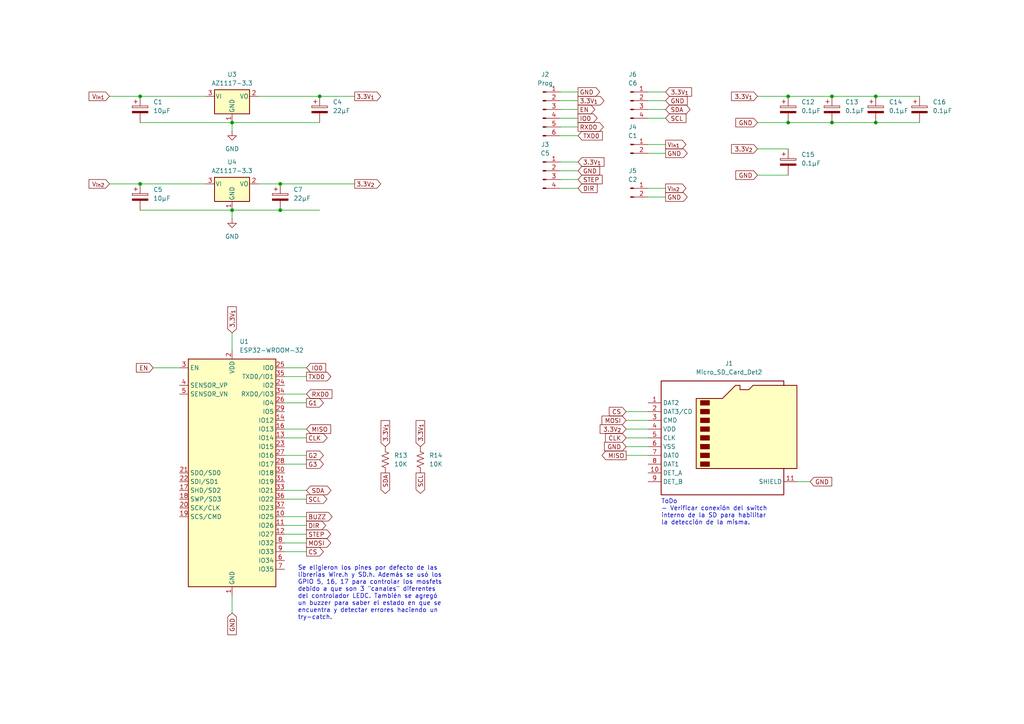
<source format=kicad_sch>
(kicad_sch (version 20250114) (generator "eeschema") (generator_version "9.0")
  (paper "A4")
  (lib_symbols
    (symbol "Connector:Conn_01x02_Pin" (pin_names (offset 1.016) (hide yes))
      (property "Reference" "J" (at 0 2.54 0))
      (property "Value" "Conn_01x02_Pin" (at 0 -5.08 0))
      (symbol "Conn_01x02_Pin_1_1"
        (rectangle (start 0.8636 0.127) (end 0 -0.127) (stroke (width 0.1524)) (fill (type outline)))
        (rectangle (start 0.8636 -2.413) (end 0 -2.667) (stroke (width 0.1524)) (fill (type outline)))
        (polyline (pts (xy 1.27 0) (xy 0.8636 0)) (stroke (width 0.1524)))
        (polyline (pts (xy 1.27 -2.54) (xy 0.8636 -2.54)) (stroke (width 0.1524)))
        (pin passive line (at 5.08 0 180) (length 3.81) (name "Pin_1") (number "1"))
        (pin passive line (at 5.08 -2.54 180) (length 3.81) (name "Pin_2") (number "2"))
      )
    )
    (symbol "Connector:Conn_01x04_Pin" (pin_names (offset 1.016) (hide yes))
      (property "Reference" "J" (at 0 5.08 0))
      (property "Value" "Conn_01x04_Pin" (at 0 -7.62 0))
      (symbol "Conn_01x04_Pin_1_1"
        (rectangle (start 0.8636 2.667) (end 0 2.413) (stroke (width 0.1524)) (fill (type outline)))
        (rectangle (start 0.8636 0.127) (end 0 -0.127) (stroke (width 0.1524)) (fill (type outline)))
        (rectangle (start 0.8636 -2.413) (end 0 -2.667) (stroke (width 0.1524)) (fill (type outline)))
        (rectangle (start 0.8636 -4.953) (end 0 -5.207) (stroke (width 0.1524)) (fill (type outline)))
        (polyline (pts (xy 1.27 2.54) (xy 0.8636 2.54)) (stroke (width 0.1524)))
        (polyline (pts (xy 1.27 0) (xy 0.8636 0)) (stroke (width 0.1524)))
        (polyline (pts (xy 1.27 -2.54) (xy 0.8636 -2.54)) (stroke (width 0.1524)))
        (polyline (pts (xy 1.27 -5.08) (xy 0.8636 -5.08)) (stroke (width 0.1524)))
        (pin passive line (at 5.08 2.54 180) (length 3.81) (name "Pin_1") (number "1"))
        (pin passive line (at 5.08 0 180) (length 3.81) (name "Pin_2") (number "2"))
        (pin passive line (at 5.08 -2.54 180) (length 3.81) (name "Pin_3") (number "3"))
        (pin passive line (at 5.08 -5.08 180) (length 3.81) (name "Pin_4") (number "4"))
      )
    )
    (symbol "Connector:Conn_01x06_Pin" (pin_names (offset 1.016) (hide yes))
      (property "Reference" "J" (at 0 7.62 0))
      (property "Value" "Conn_01x06_Pin" (at 0 -10.16 0))
      (symbol "Conn_01x06_Pin_1_1"
        (rectangle (start 0.8636 5.207) (end 0 4.953) (stroke (width 0.1524)) (fill (type outline)))
        (rectangle (start 0.8636 2.667) (end 0 2.413) (stroke (width 0.1524)) (fill (type outline)))
        (rectangle (start 0.8636 0.127) (end 0 -0.127) (stroke (width 0.1524)) (fill (type outline)))
        (rectangle (start 0.8636 -2.413) (end 0 -2.667) (stroke (width 0.1524)) (fill (type outline)))
        (rectangle (start 0.8636 -4.953) (end 0 -5.207) (stroke (width 0.1524)) (fill (type outline)))
        (rectangle (start 0.8636 -7.493) (end 0 -7.747) (stroke (width 0.1524)) (fill (type outline)))
        (polyline (pts (xy 1.27 5.08) (xy 0.8636 5.08)) (stroke (width 0.1524)))
        (polyline (pts (xy 1.27 2.54) (xy 0.8636 2.54)) (stroke (width 0.1524)))
        (polyline (pts (xy 1.27 0) (xy 0.8636 0)) (stroke (width 0.1524)))
        (polyline (pts (xy 1.27 -2.54) (xy 0.8636 -2.54)) (stroke (width 0.1524)))
        (polyline (pts (xy 1.27 -5.08) (xy 0.8636 -5.08)) (stroke (width 0.1524)))
        (polyline (pts (xy 1.27 -7.62) (xy 0.8636 -7.62)) (stroke (width 0.1524)))
        (pin passive line (at 5.08 5.08 180) (length 3.81) (name "Pin_1") (number "1"))
        (pin passive line (at 5.08 2.54 180) (length 3.81) (name "Pin_2") (number "2"))
        (pin passive line (at 5.08 0 180) (length 3.81) (name "Pin_3") (number "3"))
        (pin passive line (at 5.08 -2.54 180) (length 3.81) (name "Pin_4") (number "4"))
        (pin passive line (at 5.08 -5.08 180) (length 3.81) (name "Pin_5") (number "5"))
        (pin passive line (at 5.08 -7.62 180) (length 3.81) (name "Pin_6") (number "6"))
      )
    )
    (symbol "Connector:Micro_SD_Card_Det2"
      (property "Reference" "J" (at -16.51 17.78 0))
      (property "Value" "Micro_SD_Card_Det2" (at 16.51 17.78 0))
      (symbol "Micro_SD_Card_Det2_0_1"
        (polyline (pts (xy -8.89 -8.89) (xy -8.89 11.43) (xy -1.27 11.43) (xy 2.54 15.24) (xy 3.81 15.24) (xy 3.81 13.97) (xy 6.35 13.97) (xy 7.62 15.24) (xy 20.32 15.24) (xy 20.32 -8.89) (xy -8.89 -8.89)) (stroke (width 0.254)) (fill (type background)))
        (rectangle (start -7.62 10.795) (end -5.08 9.525) (stroke (width 0.254)) (fill (type outline)))
        (rectangle (start -7.62 8.255) (end -5.08 6.985) (stroke (width 0.254)) (fill (type outline)))
        (rectangle (start -7.62 5.715) (end -5.08 4.445) (stroke (width 0.254)) (fill (type outline)))
        (rectangle (start -7.62 3.175) (end -5.08 1.905) (stroke (width 0.254)) (fill (type outline)))
        (rectangle (start -7.62 0.635) (end -5.08 -0.635) (stroke (width 0.254)) (fill (type outline)))
        (rectangle (start -7.62 -1.905) (end -5.08 -3.175) (stroke (width 0.254)) (fill (type outline)))
        (rectangle (start -7.62 -4.445) (end -5.08 -5.715) (stroke (width 0.254)) (fill (type outline)))
        (rectangle (start -7.62 -6.985) (end -5.08 -8.255) (stroke (width 0.254)) (fill (type outline)))
        (polyline (pts (xy 16.51 15.24) (xy 16.51 16.51) (xy -19.05 16.51) (xy -19.05 -16.51) (xy 16.51 -16.51) (xy 16.51 -8.89)) (stroke (width 0.254)))
      )
      (symbol "Micro_SD_Card_Det2_1_1"
        (pin bidirectional line (at -22.86 10.16 0) (length 3.81) (name "DAT2") (number "1"))
        (pin bidirectional line (at -22.86 7.62 0) (length 3.81) (name "DAT3/CD") (number "2"))
        (pin input line (at -22.86 5.08 0) (length 3.81) (name "CMD") (number "3"))
        (pin power_in line (at -22.86 2.54 0) (length 3.81) (name "VDD") (number "4"))
        (pin input line (at -22.86 0 0) (length 3.81) (name "CLK") (number "5"))
        (pin power_in line (at -22.86 -2.54 0) (length 3.81) (name "VSS") (number "6"))
        (pin bidirectional line (at -22.86 -5.08 0) (length 3.81) (name "DAT0") (number "7"))
        (pin bidirectional line (at -22.86 -7.62 0) (length 3.81) (name "DAT1") (number "8"))
        (pin passive line (at -22.86 -10.16 0) (length 3.81) (name "DET_A") (number "10"))
        (pin passive line (at -22.86 -12.7 0) (length 3.81) (name "DET_B") (number "9"))
        (pin passive line (at 20.32 -12.7 180) (length 3.81) (name "SHIELD") (number "11"))
      )
    )
    (symbol "Device:C_Polarized" (pin_numbers (hide yes)) (pin_names (offset 0.254))
      (property "Reference" "C" (at 0.635 2.54 0))
      (property "Value" "C_Polarized" (at 0.635 -2.54 0))
      (symbol "C_Polarized_0_1"
        (rectangle (start -2.286 0.508) (end 2.286 1.016))
        (polyline (pts (xy -1.778 2.286) (xy -0.762 2.286)))
        (polyline (pts (xy -1.27 2.794) (xy -1.27 1.778)))
        (rectangle (start 2.286 -0.508) (end -2.286 -1.016) (fill (type outline)))
      )
      (symbol "C_Polarized_1_1"
        (pin passive line (at 0 3.81 270) (length 2.794) (name "~") (number "1"))
        (pin passive line (at 0 -3.81 90) (length 2.794) (name "~") (number "2"))
      )
    )
    (symbol "Device:R_US" (pin_numbers (hide yes)) (pin_names (offset 0))
      (property "Reference" "R" (at 2.54 0 90))
      (property "Value" "R_US" (at -2.54 0 90))
      (symbol "R_US_0_1"
        (polyline (pts (xy 0 2.286) (xy 0 2.54)))
        (polyline (pts (xy 0 2.286) (xy 1.016 1.905) (xy 0 1.524) (xy -1.016 1.143) (xy 0 0.762)))
        (polyline (pts (xy 0 0.762) (xy 1.016 0.381) (xy 0 0) (xy -1.016 -0.381) (xy 0 -0.762)))
        (polyline (pts (xy 0 -0.762) (xy 1.016 -1.143) (xy 0 -1.524) (xy -1.016 -1.905) (xy 0 -2.286)))
        (polyline (pts (xy 0 -2.286) (xy 0 -2.54)))
      )
      (symbol "R_US_1_1"
        (pin passive line (at 0 3.81 270) (length 1.27) (name "~") (number "1"))
        (pin passive line (at 0 -3.81 90) (length 1.27) (name "~") (number "2"))
      )
    )
    (symbol "RF_Module:ESP32-WROOM-32"
      (property "Reference" "U" (at -12.7 34.29 0))
      (property "Value" "ESP32-WROOM-32" (at 1.27 34.29 0))
      (symbol "ESP32-WROOM-32_0_1"
        (rectangle (start -12.7 33.02) (end 12.7 -33.02) (stroke (width 0.254)) (fill (type background)))
      )
      (symbol "ESP32-WROOM-32_1_1"
        (pin input line (at -15.24 30.48 0) (length 2.54) (name "EN") (number "3"))
        (pin input line (at -15.24 25.4 0) (length 2.54) (name "SENSOR_VP") (number "4"))
        (pin input line (at -15.24 22.86 0) (length 2.54) (name "SENSOR_VN") (number "5"))
        (pin bidirectional line (at -15.24 0 0) (length 2.54) (name "SDO/SD0") (number "21"))
        (pin bidirectional line (at -15.24 -2.54 0) (length 2.54) (name "SDI/SD1") (number "22"))
        (pin bidirectional line (at -15.24 -5.08 0) (length 2.54) (name "SHD/SD2") (number "17"))
        (pin bidirectional line (at -15.24 -7.62 0) (length 2.54) (name "SWP/SD3") (number "18"))
        (pin bidirectional line (at -15.24 -10.16 0) (length 2.54) (name "SCK/CLK") (number "20"))
        (pin bidirectional line (at -15.24 -12.7 0) (length 2.54) (name "SCS/CMD") (number "19"))
        (pin no_connect line (at -12.7 -27.94 0) (length 2.54) (hide yes) (name "NC") (number "32"))
        (pin power_in line (at 0 35.56 270) (length 2.54) (name "VDD") (number "2"))
        (pin power_in line (at 0 -35.56 90) (length 2.54) (name "GND") (number "1"))
        (pin passive line (at 0 -35.56 90) (length 2.54) (hide yes) (name "GND") (number "15"))
        (pin passive line (at 0 -35.56 90) (length 2.54) (hide yes) (name "GND") (number "38"))
        (pin passive line (at 0 -35.56 90) (length 2.54) (hide yes) (name "GND") (number "39"))
        (pin bidirectional line (at 15.24 30.48 180) (length 2.54) (name "IO0") (number "25"))
        (pin bidirectional line (at 15.24 27.94 180) (length 2.54) (name "TXD0/IO1") (number "35"))
        (pin bidirectional line (at 15.24 25.4 180) (length 2.54) (name "IO2") (number "24"))
        (pin bidirectional line (at 15.24 22.86 180) (length 2.54) (name "RXD0/IO3") (number "34"))
        (pin bidirectional line (at 15.24 20.32 180) (length 2.54) (name "IO4") (number "26"))
        (pin bidirectional line (at 15.24 17.78 180) (length 2.54) (name "IO5") (number "29"))
        (pin bidirectional line (at 15.24 15.24 180) (length 2.54) (name "IO12") (number "14"))
        (pin bidirectional line (at 15.24 12.7 180) (length 2.54) (name "IO13") (number "16"))
        (pin bidirectional line (at 15.24 10.16 180) (length 2.54) (name "IO14") (number "13"))
        (pin bidirectional line (at 15.24 7.62 180) (length 2.54) (name "IO15") (number "23"))
        (pin bidirectional line (at 15.24 5.08 180) (length 2.54) (name "IO16") (number "27"))
        (pin bidirectional line (at 15.24 2.54 180) (length 2.54) (name "IO17") (number "28"))
        (pin bidirectional line (at 15.24 0 180) (length 2.54) (name "IO18") (number "30"))
        (pin bidirectional line (at 15.24 -2.54 180) (length 2.54) (name "IO19") (number "31"))
        (pin bidirectional line (at 15.24 -5.08 180) (length 2.54) (name "IO21") (number "33"))
        (pin bidirectional line (at 15.24 -7.62 180) (length 2.54) (name "IO22") (number "36"))
        (pin bidirectional line (at 15.24 -10.16 180) (length 2.54) (name "IO23") (number "37"))
        (pin bidirectional line (at 15.24 -12.7 180) (length 2.54) (name "IO25") (number "10"))
        (pin bidirectional line (at 15.24 -15.24 180) (length 2.54) (name "IO26") (number "11"))
        (pin bidirectional line (at 15.24 -17.78 180) (length 2.54) (name "IO27") (number "12"))
        (pin bidirectional line (at 15.24 -20.32 180) (length 2.54) (name "IO32") (number "8"))
        (pin bidirectional line (at 15.24 -22.86 180) (length 2.54) (name "IO33") (number "9"))
        (pin input line (at 15.24 -25.4 180) (length 2.54) (name "IO34") (number "6"))
        (pin input line (at 15.24 -27.94 180) (length 2.54) (name "IO35") (number "7"))
      )
    )
    (symbol "Regulator_Linear:AZ1117-3.3" (pin_names (offset 0.254))
      (property "Reference" "U" (at -3.81 3.175 0))
      (property "Value" "AZ1117-3.3" (at 0 3.175 0))
      (symbol "AZ1117-3.3_0_1"
        (rectangle (start -5.08 1.905) (end 5.08 -5.08) (stroke (width 0.254)) (fill (type background)))
      )
      (symbol "AZ1117-3.3_1_1"
        (pin power_in line (at -7.62 0 0) (length 2.54) (name "VI") (number "3"))
        (pin power_in line (at 0 -7.62 90) (length 2.54) (name "GND") (number "1"))
        (pin power_out line (at 7.62 0 180) (length 2.54) (name "VO") (number "2"))
      )
    )
    (symbol "power:GND" (power) (pin_numbers (hide yes)) (pin_names (offset 0) (hide yes))
      (property "Value" "GND" (at 0 -3.81 0))
      (symbol "GND_0_1"
        (polyline (pts (xy 0 0) (xy 0 -1.27) (xy 1.27 -1.27) (xy 0 -2.54) (xy -1.27 -1.27) (xy 0 -1.27)))
      )
      (symbol "GND_1_1"
        (pin power_in line (at 0 0 270) (length 0) (name "~") (number "1"))
      )
    )
  )
  (text "Se eligieron los pines por defecto de las\nlibrerias Wire.h y SD.h. Además se usó los\nGPIO 5, 16, 17 para controlar los mosfets\ndebido a que son 3 \"canales\" diferentes\ndel controlador LEDC. También se agregó\nun buzzer para saber el estado en que se\nencuentra y detectar errores haciendo un\ntry-catch." (exclude_from_sim yes) (at 86.36 164.084 0) (effects (font (size 1.27 1.27)) (justify left top)))
  (text "ToDo\n- Verificar conexión del switch\ninterno de la SD para habilitar\nla detección de la misma." (at 191.77 144.78 0) (effects (font (size 1.27 1.27)) (justify left top)))
  (junction (at 241.3 35.56))
  (junction (at 81.28 53.34))
  (junction (at 67.31 35.56))
  (junction (at 254 27.94))
  (junction (at 228.6 35.56))
  (junction (at 254 35.56))
  (junction (at 241.3 27.94))
  (junction (at 40.64 27.94))
  (junction (at 81.28 60.96))
  (junction (at 92.71 27.94))
  (junction (at 40.64 53.34))
  (junction (at 67.31 60.96))
  (junction (at 228.6 27.94))
  (wire (pts (xy 254 35.56) (xy 266.7 35.56)))
  (wire (pts (xy 82.55 142.24) (xy 88.9 142.24)))
  (wire (pts (xy 187.96 44.45) (xy 193.04 44.45)))
  (wire (pts (xy 181.61 119.38) (xy 187.96 119.38)))
  (wire (pts (xy 82.55 116.84) (xy 88.9 116.84)))
  (wire (pts (xy 67.31 35.56) (xy 92.71 35.56)))
  (wire (pts (xy 181.61 127) (xy 187.96 127)))
  (wire (pts (xy 82.55 109.22) (xy 88.9 109.22)))
  (wire (pts (xy 254 27.94) (xy 266.7 27.94)))
  (wire (pts (xy 82.55 114.3) (xy 88.9 114.3)))
  (wire (pts (xy 81.28 53.34) (xy 102.87 53.34)))
  (wire (pts (xy 82.55 106.68) (xy 88.9 106.68)))
  (wire (pts (xy 31.75 53.34) (xy 40.64 53.34)))
  (wire (pts (xy 67.31 35.56) (xy 67.31 38.1)))
  (wire (pts (xy 162.56 26.67) (xy 167.64 26.67)))
  (wire (pts (xy 162.56 49.53) (xy 167.64 49.53)))
  (wire (pts (xy 162.56 34.29) (xy 167.64 34.29)))
  (wire (pts (xy 228.6 27.94) (xy 241.3 27.94)))
  (wire (pts (xy 187.96 57.15) (xy 193.04 57.15)))
  (wire (pts (xy 67.31 60.96) (xy 67.31 63.5)))
  (wire (pts (xy 82.55 132.08) (xy 88.9 132.08)))
  (wire (pts (xy 82.55 149.86) (xy 88.9 149.86)))
  (wire (pts (xy 231.14 139.7) (xy 234.95 139.7)))
  (wire (pts (xy 44.45 106.68) (xy 52.07 106.68)))
  (wire (pts (xy 219.71 50.8) (xy 228.6 50.8)))
  (wire (pts (xy 219.71 35.56) (xy 228.6 35.56)))
  (wire (pts (xy 40.64 53.34) (xy 59.69 53.34)))
  (wire (pts (xy 162.56 31.75) (xy 167.64 31.75)))
  (wire (pts (xy 187.96 29.21) (xy 193.04 29.21)))
  (wire (pts (xy 181.61 129.54) (xy 187.96 129.54)))
  (wire (pts (xy 162.56 46.99) (xy 167.64 46.99)))
  (wire (pts (xy 40.64 27.94) (xy 59.69 27.94)))
  (wire (pts (xy 67.31 60.96) (xy 81.28 60.96)))
  (wire (pts (xy 241.3 35.56) (xy 254 35.56)))
  (wire (pts (xy 82.55 160.02) (xy 88.9 160.02)))
  (wire (pts (xy 162.56 36.83) (xy 167.64 36.83)))
  (wire (pts (xy 82.55 134.62) (xy 88.9 134.62)))
  (wire (pts (xy 74.93 53.34) (xy 81.28 53.34)))
  (wire (pts (xy 67.31 96.52) (xy 67.31 101.6)))
  (wire (pts (xy 187.96 41.91) (xy 193.04 41.91)))
  (wire (pts (xy 187.96 54.61) (xy 193.04 54.61)))
  (wire (pts (xy 219.71 43.18) (xy 228.6 43.18)))
  (wire (pts (xy 162.56 54.61) (xy 167.64 54.61)))
  (wire (pts (xy 81.28 60.96) (xy 92.71 60.96)))
  (wire (pts (xy 82.55 154.94) (xy 88.9 154.94)))
  (wire (pts (xy 82.55 124.46) (xy 88.9 124.46)))
  (wire (pts (xy 228.6 35.56) (xy 241.3 35.56)))
  (wire (pts (xy 162.56 39.37) (xy 167.64 39.37)))
  (wire (pts (xy 40.64 60.96) (xy 67.31 60.96)))
  (wire (pts (xy 219.71 27.94) (xy 228.6 27.94)))
  (wire (pts (xy 82.55 127) (xy 88.9 127)))
  (wire (pts (xy 31.75 27.94) (xy 40.64 27.94)))
  (wire (pts (xy 82.55 157.48) (xy 88.9 157.48)))
  (wire (pts (xy 92.71 27.94) (xy 102.87 27.94)))
  (wire (pts (xy 40.64 35.56) (xy 67.31 35.56)))
  (wire (pts (xy 162.56 52.07) (xy 167.64 52.07)))
  (wire (pts (xy 187.96 31.75) (xy 193.04 31.75)))
  (wire (pts (xy 241.3 27.94) (xy 254 27.94)))
  (wire (pts (xy 187.96 34.29) (xy 193.04 34.29)))
  (wire (pts (xy 187.96 26.67) (xy 193.04 26.67)))
  (wire (pts (xy 82.55 144.78) (xy 88.9 144.78)))
  (wire (pts (xy 181.61 121.92) (xy 187.96 121.92)))
  (wire (pts (xy 67.31 172.72) (xy 67.31 177.8)))
  (wire (pts (xy 82.55 152.4) (xy 88.9 152.4)))
  (wire (pts (xy 74.93 27.94) (xy 92.71 27.94)))
  (wire (pts (xy 181.61 132.08) (xy 187.96 132.08)))
  (wire (pts (xy 181.61 124.46) (xy 187.96 124.46)))
  (wire (pts (xy 162.56 29.21) (xy 167.64 29.21)))
  (global_label "3.3V_{1}" (shape output) (at 167.64 29.21 0) (property "Intersheetrefs" "${INTERSHEET_REFS}" (effects (hide yes))))
  (global_label "GND" (shape input) (at 181.61 129.54 180) (property "Intersheetrefs" "${INTERSHEET_REFS}" (effects (hide yes))))
  (global_label "TXD0" (shape output) (at 88.9 109.22 0) (property "Intersheetrefs" "${INTERSHEET_REFS}" (effects (hide yes))))
  (global_label "MISO" (shape output) (at 181.61 132.08 180) (property "Intersheetrefs" "${INTERSHEET_REFS}" (effects (hide yes))))
  (global_label "V_{in2}" (shape input) (at 31.75 53.34 180) (property "Intersheetrefs" "${INTERSHEET_REFS}" (effects (hide yes))))
  (global_label "V_{in1}" (shape input) (at 31.75 27.94 180) (property "Intersheetrefs" "${INTERSHEET_REFS}" (effects (hide yes))))
  (global_label "CS" (shape input) (at 181.61 119.38 180) (property "Intersheetrefs" "${INTERSHEET_REFS}" (effects (hide yes))))
  (global_label "CLK" (shape input) (at 181.61 127 180) (property "Intersheetrefs" "${INTERSHEET_REFS}" (effects (hide yes))))
  (global_label "DIR" (shape output) (at 88.9 152.4 0) (property "Intersheetrefs" "${INTERSHEET_REFS}" (effects (hide yes))))
  (global_label "MOSI" (shape input) (at 181.61 121.92 180) (property "Intersheetrefs" "${INTERSHEET_REFS}" (effects (hide yes))))
  (global_label "3.3V_{1}" (shape input) (at 121.92 129.54 90) (property "Intersheetrefs" "${INTERSHEET_REFS}" (effects (hide yes))))
  (global_label "G2" (shape output) (at 88.9 132.08 0) (property "Intersheetrefs" "${INTERSHEET_REFS}" (effects (hide yes))))
  (global_label "3.3V_{2}" (shape output) (at 102.87 53.34 0) (property "Intersheetrefs" "${INTERSHEET_REFS}" (effects (hide yes))))
  (global_label "3.3V_{2}" (shape input) (at 219.71 43.18 180) (property "Intersheetrefs" "${INTERSHEET_REFS}" (effects (hide yes))))
  (global_label "STEP" (shape input) (at 167.64 52.07 0) (property "Intersheetrefs" "${INTERSHEET_REFS}" (effects (hide yes))))
  (global_label "RXD0" (shape output) (at 167.64 36.83 0) (property "Intersheetrefs" "${INTERSHEET_REFS}" (effects (hide yes))))
  (global_label "3.3V_{1}" (shape input) (at 219.71 27.94 180) (property "Intersheetrefs" "${INTERSHEET_REFS}" (effects (hide yes))))
  (global_label "IO0" (shape input) (at 88.9 106.68 0) (property "Intersheetrefs" "${INTERSHEET_REFS}" (effects (hide yes))))
  (global_label "3.3V_{1}" (shape output) (at 102.87 27.94 0) (property "Intersheetrefs" "${INTERSHEET_REFS}" (effects (hide yes))))
  (global_label "RXD0" (shape input) (at 88.9 114.3 0) (property "Intersheetrefs" "${INTERSHEET_REFS}" (effects (hide yes))))
  (global_label "GND" (shape input) (at 167.64 49.53 0) (property "Intersheetrefs" "${INTERSHEET_REFS}" (effects (hide yes))))
  (global_label "V_{in2}" (shape output) (at 193.04 54.61 0) (property "Intersheetrefs" "${INTERSHEET_REFS}" (effects (hide yes))))
  (global_label "IO0" (shape output) (at 167.64 34.29 0) (property "Intersheetrefs" "${INTERSHEET_REFS}" (effects (hide yes))))
  (global_label "3.3V_{2}" (shape input) (at 181.61 124.46 180) (property "Intersheetrefs" "${INTERSHEET_REFS}" (effects (hide yes))))
  (global_label "GND" (shape input) (at 193.04 29.21 0) (property "Intersheetrefs" "${INTERSHEET_REFS}" (effects (hide yes))))
  (global_label "MISO" (shape input) (at 88.9 124.46 0) (property "Intersheetrefs" "${INTERSHEET_REFS}" (effects (hide yes))))
  (global_label "3.3V_{1}" (shape input) (at 111.76 129.54 90) (property "Intersheetrefs" "${INTERSHEET_REFS}" (effects (hide yes))))
  (global_label "G3" (shape output) (at 88.9 134.62 0) (property "Intersheetrefs" "${INTERSHEET_REFS}" (effects (hide yes))))
  (global_label "DIR" (shape input) (at 167.64 54.61 0) (property "Intersheetrefs" "${INTERSHEET_REFS}" (effects (hide yes))))
  (global_label "SDA" (shape bidirectional) (at 193.04 31.75 0) (property "Intersheetrefs" "${INTERSHEET_REFS}" (effects (hide yes))))
  (global_label "3.3V_{1}" (shape input) (at 167.64 46.99 0) (property "Intersheetrefs" "${INTERSHEET_REFS}" (effects (hide yes))))
  (global_label "GND" (shape input) (at 67.31 177.8 270) (property "Intersheetrefs" "${INTERSHEET_REFS}" (effects (hide yes))))
  (global_label "TXD0" (shape input) (at 167.64 39.37 0) (property "Intersheetrefs" "${INTERSHEET_REFS}" (effects (hide yes))))
  (global_label "EN" (shape input) (at 44.45 106.68 180) (property "Intersheetrefs" "${INTERSHEET_REFS}" (effects (hide yes))))
  (global_label "GND" (shape input) (at 219.71 50.8 180) (property "Intersheetrefs" "${INTERSHEET_REFS}" (effects (hide yes))))
  (global_label "G1" (shape output) (at 88.9 116.84 0) (property "Intersheetrefs" "${INTERSHEET_REFS}" (effects (hide yes))))
  (global_label "SDA" (shape output) (at 111.76 137.16 270) (property "Intersheetrefs" "${INTERSHEET_REFS}" (effects (hide yes))))
  (global_label "CLK" (shape output) (at 88.9 127 0) (property "Intersheetrefs" "${INTERSHEET_REFS}" (effects (hide yes))))
  (global_label "MOSI" (shape output) (at 88.9 157.48 0) (property "Intersheetrefs" "${INTERSHEET_REFS}" (effects (hide yes))))
  (global_label "CS" (shape output) (at 88.9 160.02 0) (property "Intersheetrefs" "${INTERSHEET_REFS}" (effects (hide yes))))
  (global_label "STEP" (shape output) (at 88.9 154.94 0) (property "Intersheetrefs" "${INTERSHEET_REFS}" (effects (hide yes))))
  (global_label "SCL" (shape input) (at 193.04 34.29 0) (property "Intersheetrefs" "${INTERSHEET_REFS}" (effects (hide yes))))
  (global_label "GND" (shape input) (at 234.95 139.7 0) (property "Intersheetrefs" "${INTERSHEET_REFS}" (effects (hide yes))))
  (global_label "SCL" (shape output) (at 88.9 144.78 0) (property "Intersheetrefs" "${INTERSHEET_REFS}" (effects (hide yes))))
  (global_label "GND" (shape output) (at 167.64 26.67 0) (property "Intersheetrefs" "${INTERSHEET_REFS}" (effects (hide yes))))
  (global_label "GND" (shape input) (at 219.71 35.56 180) (property "Intersheetrefs" "${INTERSHEET_REFS}" (effects (hide yes))))
  (global_label "SCL" (shape output) (at 121.92 137.16 270) (property "Intersheetrefs" "${INTERSHEET_REFS}" (effects (hide yes))))
  (global_label "3.3V_{1}" (shape input) (at 67.31 96.52 90) (property "Intersheetrefs" "${INTERSHEET_REFS}" (effects (hide yes))))
  (global_label "GND" (shape output) (at 193.04 44.45 0) (property "Intersheetrefs" "${INTERSHEET_REFS}" (effects (hide yes))))
  (global_label "V_{in1}" (shape output) (at 193.04 41.91 0) (property "Intersheetrefs" "${INTERSHEET_REFS}" (effects (hide yes))))
  (global_label "EN" (shape output) (at 167.64 31.75 0) (property "Intersheetrefs" "${INTERSHEET_REFS}" (effects (hide yes))))
  (global_label "SDA" (shape bidirectional) (at 88.9 142.24 0) (property "Intersheetrefs" "${INTERSHEET_REFS}" (effects (hide yes))))
  (global_label "3.3V_{1}" (shape input) (at 193.04 26.67 0) (property "Intersheetrefs" "${INTERSHEET_REFS}" (effects (hide yes))))
  (global_label "GND" (shape output) (at 193.04 57.15 0) (property "Intersheetrefs" "${INTERSHEET_REFS}" (effects (hide yes))))
  (global_label "BUZZ" (shape output) (at 88.9 149.86 0) (property "Intersheetrefs" "${INTERSHEET_REFS}" (effects (hide yes))))
  (symbol (lib_id "Connector:Conn_01x04_Pin") (at 182.88 29.21 0) (unit 1)
    (property "Reference" "J6" (at 183.515 21.59 0))
    (property "Value" "C6" (at 183.515 24.13 0))
    (property "Footprint" "Connector_PinSocket_1.27mm:PinSocket_1x04_P1.27mm_Vertical" (effects (hide yes)))
    (property "Description" "Generic connector, single row, 01x04, script generated" (effects (hide yes)))
  )
  (symbol (lib_id "Connector:Conn_01x06_Pin") (at 157.48 31.75 0) (unit 1)
    (property "Reference" "J2" (at 158.115 21.59 0))
    (property "Value" "Prog" (at 158.115 24.13 0))
    (property "Footprint" "Connector_PinSocket_2.54mm:PinSocket_1x06_P2.54mm_Horizontal" (effects (hide yes)))
    (property "Description" "Generic connector, single row, 01x06, script generated" (effects (hide yes)))
  )
  (symbol (lib_id "Connector:Conn_01x02_Pin") (at 182.88 41.91 0) (unit 1)
    (property "Reference" "J4" (at 183.515 36.83 0))
    (property "Value" "C1" (at 183.515 39.37 0))
    (property "Footprint" "Connector_PinSocket_1.27mm:PinSocket_1x02_P1.27mm_Vertical" (effects (hide yes)))
    (property "Description" "Generic connector, single row, 01x02, script generated" (effects (hide yes)))
  )
  (symbol (lib_id "Device:R_US") (at 121.92 133.35 180) (unit 1)
    (property "Reference" "R14" (at 124.46 132.0799 0) (effects (justify right)))
    (property "Value" "10K" (at 124.46 134.6199 0) (effects (justify right)))
    (property "Footprint" "Resistor_SMD:R_0805_2012Metric_Pad1.20x1.40mm_HandSolder" (effects (hide yes)))
    (property "Description" "Resistor, US symbol" (effects (hide yes)))
  )
  (symbol (lib_id "Device:C_Polarized") (at 241.3 31.75 0) (unit 1)
    (property "Reference" "C13" (at 245.11 29.5909 0) (effects (justify left)))
    (property "Value" "0.1μF" (at 245.11 32.1309 0) (effects (justify left)))
    (property "Footprint" "Capacitor_SMD:C_0805_2012Metric_Pad1.18x1.45mm_HandSolder" (effects (hide yes)))
    (property "Description" "Polarized capacitor" (effects (hide yes)))
  )
  (symbol (lib_id "Device:C_Polarized") (at 81.28 57.15 0) (unit 1)
    (property "Reference" "C7" (at 85.09 54.9909 0) (effects (justify left)))
    (property "Value" "22μF" (at 85.09 57.5309 0) (effects (justify left)))
    (property "Footprint" "Capacitor_SMD:C_0805_2012Metric_Pad1.18x1.45mm_HandSolder" (effects (hide yes)))
    (property "Description" "Polarized capacitor" (effects (hide yes)))
  )
  (symbol (lib_id "Device:C_Polarized") (at 40.64 31.75 0) (unit 1)
    (property "Reference" "C1" (at 44.45 29.5909 0) (effects (justify left)))
    (property "Value" "10μF" (at 44.45 32.1309 0) (effects (justify left)))
    (property "Footprint" "Capacitor_SMD:C_0805_2012Metric_Pad1.18x1.45mm_HandSolder" (effects (hide yes)))
    (property "Description" "Polarized capacitor" (effects (hide yes)))
  )
  (symbol (lib_id "Connector:Conn_01x02_Pin") (at 182.88 54.61 0) (unit 1)
    (property "Reference" "J5" (at 183.515 49.53 0))
    (property "Value" "C2" (at 183.515 52.07 0))
    (property "Footprint" "Connector_PinSocket_1.27mm:PinSocket_1x02_P1.27mm_Vertical" (effects (hide yes)))
    (property "Description" "Generic connector, single row, 01x02, script generated" (effects (hide yes)))
  )
  (symbol (lib_id "Device:C_Polarized") (at 228.6 46.99 0) (unit 1)
    (property "Reference" "C15" (at 232.41 44.8309 0) (effects (justify left)))
    (property "Value" "0.1μF" (at 232.41 47.3709 0) (effects (justify left)))
    (property "Footprint" "Capacitor_SMD:C_0805_2012Metric_Pad1.18x1.45mm_HandSolder" (effects (hide yes)))
    (property "Description" "Polarized capacitor" (effects (hide yes)))
  )
  (symbol (lib_id "Device:C_Polarized") (at 92.71 31.75 0) (unit 1)
    (property "Reference" "C4" (at 96.52 29.5909 0) (effects (justify left)))
    (property "Value" "22μF" (at 96.52 32.1309 0) (effects (justify left)))
    (property "Footprint" "Capacitor_SMD:C_0805_2012Metric_Pad1.18x1.45mm_HandSolder" (effects (hide yes)))
    (property "Description" "Polarized capacitor" (effects (hide yes)))
  )
  (symbol (lib_id "Connector:Micro_SD_Card_Det2") (at 210.82 127 0) (unit 1)
    (property "Reference" "J1" (at 211.455 105.41 0))
    (property "Value" "Micro_SD_Card_Det2" (at 211.455 107.95 0))
    (property "Footprint" "Connector_Card:microSD_HC_Hirose_DM3AT-SF-PEJM5" (effects (hide yes)))
    (property "Datasheet" "https://www.hirose.com/en/product/document?clcode=&productname=&series=DM3&documenttype=Catalog&lang=en&documentid=D49662_en" (effects (hide yes)))
    (property "Description" "Micro SD Card Socket with two card detection pins" (effects (hide yes)))
  )
  (symbol (lib_id "Connector:Conn_01x04_Pin") (at 157.48 49.53 0) (unit 1)
    (property "Reference" "J3" (at 158.115 41.91 0))
    (property "Value" "C5" (at 158.115 44.45 0))
    (property "Footprint" "Connector_PinSocket_1.27mm:PinSocket_1x04_P1.27mm_Vertical" (effects (hide yes)))
    (property "Description" "Generic connector, single row, 01x04, script generated" (effects (hide yes)))
  )
  (symbol (lib_id "Regulator_Linear:AZ1117-3.3") (at 67.31 53.34 0) (unit 1)
    (property "Reference" "U4" (at 67.31 46.99 0))
    (property "Value" "AZ1117-3.3" (at 67.31 49.53 0))
    (property "Footprint" "Package_TO_SOT_SMD:SOT-89-3_Handsoldering" (effects (hide yes)))
    (property "Datasheet" "https://www.diodes.com/assets/Datasheets/AZ1117.pdf" (effects (hide yes)))
    (property "Description" "1A 20V Fixed LDO Linear Regulator, 3.3V, SOT-89/SOT-223/TO-220/TO-252/TO-263" (effects (hide yes)))
  )
  (symbol (lib_id "power:GND") (at 67.31 38.1 0) (unit 1)
    (property "Reference" "#PWR01" (effects (hide yes)))
    (property "Value" "GND" (at 67.31 43.18 0))
    (property "Description" "Power symbol creates a global label with name \"GND\" , ground" (effects (hide yes)))
  )
  (symbol (lib_id "Device:C_Polarized") (at 228.6 31.75 0) (unit 1)
    (property "Reference" "C12" (at 232.41 29.5909 0) (effects (justify left)))
    (property "Value" "0.1μF" (at 232.41 32.1309 0) (effects (justify left)))
    (property "Footprint" "Capacitor_SMD:C_0805_2012Metric_Pad1.18x1.45mm_HandSolder" (effects (hide yes)))
    (property "Description" "Polarized capacitor" (effects (hide yes)))
  )
  (symbol (lib_id "Device:C_Polarized") (at 254 31.75 0) (unit 1)
    (property "Reference" "C14" (at 257.81 29.5909 0) (effects (justify left)))
    (property "Value" "0.1μF" (at 257.81 32.1309 0) (effects (justify left)))
    (property "Footprint" "Capacitor_SMD:C_0805_2012Metric_Pad1.18x1.45mm_HandSolder" (effects (hide yes)))
    (property "Description" "Polarized capacitor" (effects (hide yes)))
  )
  (symbol (lib_id "Regulator_Linear:AZ1117-3.3") (at 67.31 27.94 0) (unit 1)
    (property "Reference" "U3" (at 67.31 21.59 0))
    (property "Value" "AZ1117-3.3" (at 67.31 24.13 0))
    (property "Footprint" "Package_TO_SOT_SMD:SOT-89-3_Handsoldering" (effects (hide yes)))
    (property "Datasheet" "https://www.diodes.com/assets/Datasheets/AZ1117.pdf" (effects (hide yes)))
    (property "Description" "1A 20V Fixed LDO Linear Regulator, 3.3V, SOT-89/SOT-223/TO-220/TO-252/TO-263" (effects (hide yes)))
  )
  (symbol (lib_id "RF_Module:ESP32-WROOM-32") (at 67.31 137.16 0) (unit 1)
    (property "Reference" "U1" (at 69.4533 99.06 0) (effects (justify left)))
    (property "Value" "ESP32-WROOM-32" (at 69.4533 101.6 0) (effects (justify left)))
    (property "Footprint" "RF_Module:ESP32-WROOM-32" (effects (hide yes)))
    (property "Datasheet" "https://www.espressif.com/sites/default/files/documentation/esp32-wroom-32_datasheet_en.pdf" (effects (hide yes)))
    (property "Description" "RF Module, ESP32-D0WDQ6 SoC, Wi-Fi 802.11b/g/n, Bluetooth, BLE, 32-bit, 2.7-3.6V, onboard antenna, SMD" (effects (hide yes)))
  )
  (symbol (lib_id "power:GND") (at 67.31 63.5 0) (unit 1)
    (property "Reference" "#PWR02" (effects (hide yes)))
    (property "Value" "GND" (at 67.31 68.58 0))
    (property "Description" "Power symbol creates a global label with name \"GND\" , ground" (effects (hide yes)))
  )
  (symbol (lib_id "Device:C_Polarized") (at 40.64 57.15 0) (unit 1)
    (property "Reference" "C5" (at 44.45 54.9909 0) (effects (justify left)))
    (property "Value" "10μF" (at 44.45 57.5309 0) (effects (justify left)))
    (property "Footprint" "Capacitor_SMD:C_0805_2012Metric_Pad1.18x1.45mm_HandSolder" (effects (hide yes)))
    (property "Description" "Polarized capacitor" (effects (hide yes)))
  )
  (symbol (lib_id "Device:C_Polarized") (at 266.7 31.75 0) (unit 1)
    (property "Reference" "C16" (at 270.51 29.5909 0) (effects (justify left)))
    (property "Value" "0.1μF" (at 270.51 32.1309 0) (effects (justify left)))
    (property "Footprint" "Capacitor_SMD:C_0805_2012Metric_Pad1.18x1.45mm_HandSolder" (effects (hide yes)))
    (property "Description" "Polarized capacitor" (effects (hide yes)))
  )
  (symbol (lib_id "Device:R_US") (at 111.76 133.35 180) (unit 1)
    (property "Reference" "R13" (at 114.3 132.0799 0) (effects (justify right)))
    (property "Value" "10K" (at 114.3 134.6199 0) (effects (justify right)))
    (property "Footprint" "Resistor_SMD:R_0805_2012Metric_Pad1.20x1.40mm_HandSolder" (effects (hide yes)))
    (property "Description" "Resistor, US symbol" (effects (hide yes)))
  )
  (sheet (at 351.79 123.19) (size 38.1 29.21) (stroke (width 0.1524))
    (property "Sheetname" "INA219" (effects (hide yes)))
    (property "Sheetfile" "INA219.kicad_sch" (effects (hide yes)))
  )
)
</source>
